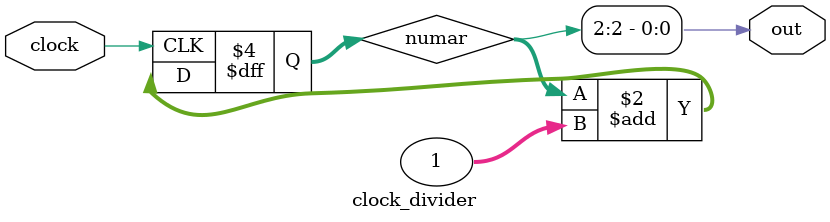
<source format=v>
module clock_divider #(parameter N = 2)(input clock, output out);

reg [31:0] numar=0;

always @ (posedge clock)

     numar <= numar + 1;

assign out = numar[N];

endmodule
</source>
